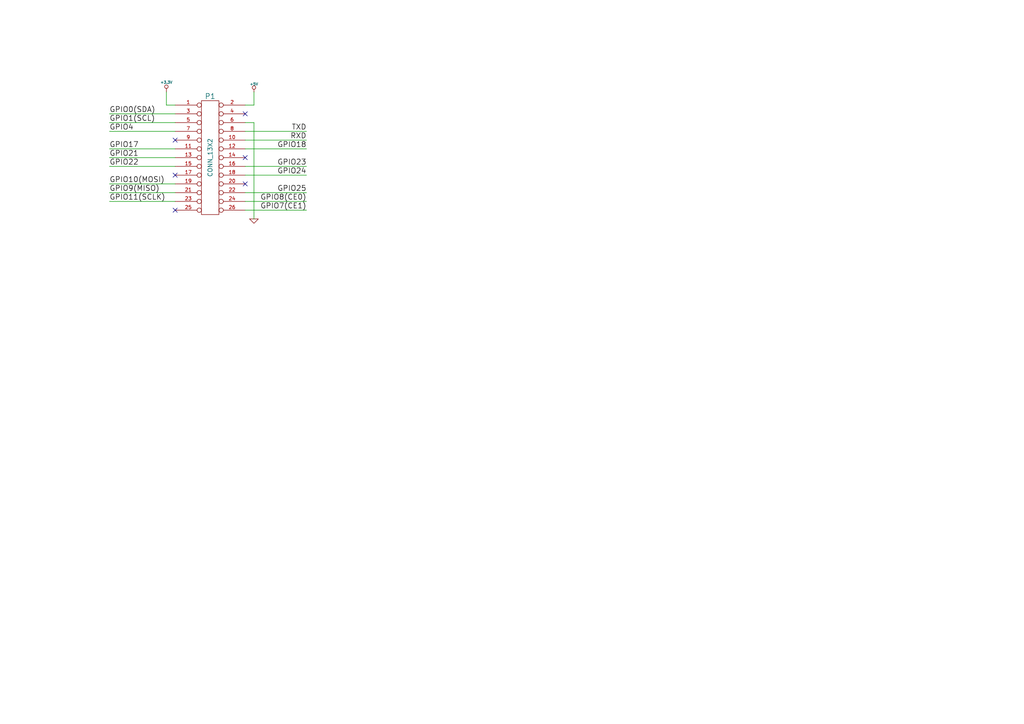
<source format=kicad_sch>
(kicad_sch (version 20230121) (generator eeschema)
  (paper "A4")
  (title_block (date "15 nov 2012"))
  (lib_symbols
    (symbol "raspberrypi-gpio-rescue:+3.3V" (power) (pin_names (offset 0))
      (property "Value" "+3.3V" (at 0 2.794 0))
      (symbol "+3.3V_0_0"
        (pin power_in line (at 0 0 90) (length 0) hide (name "+3.3V") (number "1"))
      )
      (symbol "+3.3V_0_1"
        (polyline (pts (xy 0 0) (xy 0 1.016) (xy 0 1.016)))
        (circle (center 0 1.524) (radius 0.508))
      )
    )
    (symbol "raspberrypi-gpio-rescue:+5V" (power) (pin_names (offset 1.016))
      (property "Value" "+5V" (at 0 2.286 0))
      (symbol "+5V_0_0"
        (pin power_in line (at 0 0 90) (length 0) hide (name "+5V") (number "1"))
      )
      (symbol "+5V_0_1"
        (polyline (pts (xy 0 0) (xy 0 0.762) (xy 0 0.762) (xy 0 0.762)))
        (circle (center 0 1.27) (radius 0.508))
      )
    )
    (symbol "raspberrypi-gpio-rescue:CONN_13X2" (pin_names (offset 0.254) hide)
      (property "Reference" "P" (at 0 17.78 0))
      (property "Value" "CONN_13X2" (at 0 0 90))
      (symbol "CONN_13X2_0_1"
        (rectangle (start -2.54 16.51) (end 2.54 -16.51))
      )
      (symbol "CONN_13X2_1_1"
        (pin passive inverted (at -10.16 15.24 0) (length 7.62) (name "P1") (number "1"))
        (pin passive inverted (at 10.16 5.08 180) (length 7.62) (name "P10") (number "10"))
        (pin passive inverted (at -10.16 2.54 0) (length 7.62) (name "P11") (number "11"))
        (pin passive inverted (at 10.16 2.54 180) (length 7.62) (name "P12") (number "12"))
        (pin passive inverted (at -10.16 0 0) (length 7.62) (name "P13") (number "13"))
        (pin passive inverted (at 10.16 0 180) (length 7.62) (name "P14") (number "14"))
        (pin passive inverted (at -10.16 -2.54 0) (length 7.62) (name "P15") (number "15"))
        (pin passive inverted (at 10.16 -2.54 180) (length 7.62) (name "P16") (number "16"))
        (pin passive inverted (at -10.16 -5.08 0) (length 7.62) (name "P17") (number "17"))
        (pin passive inverted (at 10.16 -5.08 180) (length 7.62) (name "P18") (number "18"))
        (pin passive inverted (at -10.16 -7.62 0) (length 7.62) (name "P19") (number "19"))
        (pin passive inverted (at 10.16 15.24 180) (length 7.62) (name "P2") (number "2"))
        (pin passive inverted (at 10.16 -7.62 180) (length 7.62) (name "P20") (number "20"))
        (pin passive inverted (at -10.16 -10.16 0) (length 7.62) (name "P21") (number "21"))
        (pin passive inverted (at 10.16 -10.16 180) (length 7.62) (name "P22") (number "22"))
        (pin passive inverted (at -10.16 -12.7 0) (length 7.62) (name "P23") (number "23"))
        (pin passive inverted (at 10.16 -12.7 180) (length 7.62) (name "P20") (number "24"))
        (pin passive inverted (at -10.16 -15.24 0) (length 7.62) (name "P24") (number "25"))
        (pin passive inverted (at 10.16 -15.24 180) (length 7.62) (name "P22") (number "26"))
        (pin passive inverted (at -10.16 12.7 0) (length 7.62) (name "P3") (number "3"))
        (pin passive inverted (at 10.16 12.7 180) (length 7.62) (name "P4") (number "4"))
        (pin passive inverted (at -10.16 10.16 0) (length 7.62) (name "P5") (number "5"))
        (pin passive inverted (at 10.16 10.16 180) (length 7.62) (name "P6") (number "6"))
        (pin passive inverted (at -10.16 7.62 0) (length 7.62) (name "P7") (number "7"))
        (pin passive inverted (at 10.16 7.62 180) (length 7.62) (name "P8") (number "8"))
        (pin passive inverted (at -10.16 5.08 0) (length 7.62) (name "P9") (number "9"))
      )
    )
    (symbol "raspberrypi-gpio-rescue:GND" (power) (pin_names (offset 0))
      (symbol "GND_0_1"
        (polyline (pts (xy -1.27 0) (xy 0 -1.27) (xy 1.27 0) (xy -1.27 0)))
      )
      (symbol "GND_1_1"
        (pin power_in line (at 0 0 90) (length 0) hide (name "GND") (number "1"))
      )
    )
  )
  (no_connect (at 50.8 40.64))
  (no_connect (at 71.12 33.02))
  (no_connect (at 71.12 45.72))
  (no_connect (at 71.12 53.34))
  (no_connect (at 50.8 50.8))
  (no_connect (at 50.8 60.96))
  (wire (pts (xy 50.8 38.1) (xy 31.75 38.1)))
  (wire (pts (xy 50.8 33.02) (xy 31.75 33.02)))
  (wire (pts (xy 50.8 35.56) (xy 31.75 35.56)))
  (wire (pts (xy 73.66 26.67) (xy 73.66 30.48)))
  (wire (pts (xy 50.8 48.26) (xy 31.75 48.26)))
  (wire (pts (xy 71.12 50.8) (xy 88.9 50.8)))
  (wire (pts (xy 50.8 45.72) (xy 31.75 45.72)))
  (wire (pts (xy 71.12 58.42) (xy 88.9 58.42)))
  (wire (pts (xy 50.8 43.18) (xy 31.75 43.18)))
  (wire (pts (xy 71.12 60.96) (xy 88.9 60.96)))
  (wire (pts (xy 48.26 26.67) (xy 48.26 30.48)))
  (wire (pts (xy 71.12 48.26) (xy 88.9 48.26)))
  (wire (pts (xy 71.12 38.1) (xy 88.9 38.1)))
  (wire (pts (xy 50.8 55.88) (xy 31.75 55.88)))
  (wire (pts (xy 71.12 43.18) (xy 88.9 43.18)))
  (wire (pts (xy 73.66 63.5) (xy 73.66 35.56)))
  (wire (pts (xy 50.8 53.34) (xy 31.75 53.34)))
  (wire (pts (xy 50.8 58.42) (xy 31.75 58.42)))
  (wire (pts (xy 73.66 30.48) (xy 71.12 30.48)))
  (wire (pts (xy 73.66 35.56) (xy 71.12 35.56)))
  (wire (pts (xy 71.12 40.64) (xy 88.9 40.64)))
  (wire (pts (xy 48.26 30.48) (xy 50.8 30.48)))
  (wire (pts (xy 71.12 55.88) (xy 88.9 55.88)))
  (label "GPIO0(SDA)" (at 31.75 33.02 0) (effects (font (size 1.524 1.524))))
  (label "RXD" (at 88.9 40.64 180) (effects (font (size 1.524 1.524))))
  (label "GPIO21" (at 31.75 45.72 0) (effects (font (size 1.524 1.524))))
  (label "GPIO8(CE0)" (at 88.9 58.42 180) (effects (font (size 1.524 1.524))))
  (label "GPIO4" (at 31.75 38.1 0) (effects (font (size 1.524 1.524))))
  (label "GPIO11(SCLK)" (at 31.75 58.42 0) (effects (font (size 1.524 1.524))))
  (label "GPIO7(CE1)" (at 88.9 60.96 180) (effects (font (size 1.524 1.524))))
  (label "GPIO23" (at 88.9 48.26 180) (effects (font (size 1.524 1.524))))
  (label "GPIO10(MOSI)" (at 31.75 53.34 0) (effects (font (size 1.524 1.524))))
  (label "GPIO9(MISO)" (at 31.75 55.88 0) (effects (font (size 1.524 1.524))))
  (label "GPIO24" (at 88.9 50.8 180) (effects (font (size 1.524 1.524))))
  (label "GPIO1(SCL)" (at 31.75 35.56 0) (effects (font (size 1.524 1.524))))
  (label "TXD" (at 88.9 38.1 180) (effects (font (size 1.524 1.524))))
  (label "GPIO25" (at 88.9 55.88 180) (effects (font (size 1.524 1.524))))
  (label "GPIO18" (at 88.9 43.18 180) (effects (font (size 1.524 1.524))))
  (label "GPIO17" (at 31.75 43.18 0) (effects (font (size 1.524 1.524))))
  (label "GPIO22" (at 31.75 48.26 0) (effects (font (size 1.524 1.524))))
  (symbol (lib_id "raspberrypi-gpio-rescue:CONN_13X2") (at 60.96 45.72 0) (unit 1)
    (property "Reference" "P1" (at 60.96 27.94 0) (effects (font (size 1.524 1.524))))
    (property "Value" "CONN_13X2" (at 60.96 45.72 90))
  )
  (symbol (lib_id "raspberrypi-gpio-rescue:+3.3V") (at 48.26 26.67 0) (unit 1)
    (property "Reference" "#PWR01" (effects hide))
    (property "Value" "+3.3V" (at 48.26 23.876 0) (effects (font (size 0.762 0.762))))
  )
  (symbol (lib_id "raspberrypi-gpio-rescue:+5V") (at 73.66 26.67 0) (unit 1)
    (property "Reference" "#PWR02" (effects hide))
    (property "Value" "+5V" (at 73.66 24.384 0) (effects (font (size 0.762 0.762))))
  )
  (symbol (lib_id "raspberrypi-gpio-rescue:GND") (at 73.66 63.5 0) (unit 1)
    (property "Reference" "#PWR03" (effects hide))
    (property "Value" "GND" (effects hide))
  )
)
</source>
